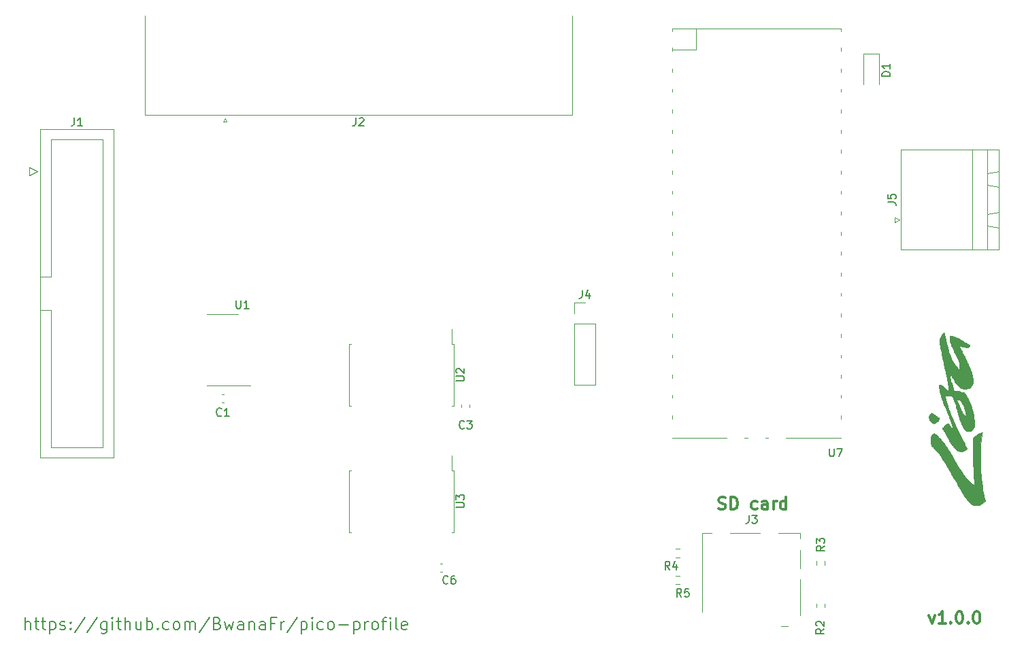
<source format=gbr>
%TF.GenerationSoftware,KiCad,Pcbnew,(5.1.10)-1*%
%TF.CreationDate,2021-08-27T13:44:28+02:00*%
%TF.ProjectId,Pico-profile,5069636f-2d70-4726-9f66-696c652e6b69,rev?*%
%TF.SameCoordinates,Original*%
%TF.FileFunction,Legend,Top*%
%TF.FilePolarity,Positive*%
%FSLAX46Y46*%
G04 Gerber Fmt 4.6, Leading zero omitted, Abs format (unit mm)*
G04 Created by KiCad (PCBNEW (5.1.10)-1) date 2021-08-27 13:44:28*
%MOMM*%
%LPD*%
G01*
G04 APERTURE LIST*
%ADD10C,0.300000*%
%ADD11C,0.200000*%
%ADD12C,0.010000*%
%ADD13C,0.120000*%
%ADD14C,0.150000*%
G04 APERTURE END LIST*
D10*
X213344274Y-130896351D02*
X213701417Y-131896351D01*
X214058560Y-130896351D01*
X215415702Y-131896351D02*
X214558560Y-131896351D01*
X214987131Y-131896351D02*
X214987131Y-130396351D01*
X214844274Y-130610637D01*
X214701417Y-130753494D01*
X214558560Y-130824922D01*
X216058560Y-131753494D02*
X216129988Y-131824922D01*
X216058560Y-131896351D01*
X215987131Y-131824922D01*
X216058560Y-131753494D01*
X216058560Y-131896351D01*
X217058560Y-130396351D02*
X217201417Y-130396351D01*
X217344274Y-130467780D01*
X217415702Y-130539208D01*
X217487131Y-130682065D01*
X217558560Y-130967780D01*
X217558560Y-131324922D01*
X217487131Y-131610637D01*
X217415702Y-131753494D01*
X217344274Y-131824922D01*
X217201417Y-131896351D01*
X217058560Y-131896351D01*
X216915702Y-131824922D01*
X216844274Y-131753494D01*
X216772845Y-131610637D01*
X216701417Y-131324922D01*
X216701417Y-130967780D01*
X216772845Y-130682065D01*
X216844274Y-130539208D01*
X216915702Y-130467780D01*
X217058560Y-130396351D01*
X218201417Y-131753494D02*
X218272845Y-131824922D01*
X218201417Y-131896351D01*
X218129988Y-131824922D01*
X218201417Y-131753494D01*
X218201417Y-131896351D01*
X219201417Y-130396351D02*
X219344274Y-130396351D01*
X219487131Y-130467780D01*
X219558560Y-130539208D01*
X219629988Y-130682065D01*
X219701417Y-130967780D01*
X219701417Y-131324922D01*
X219629988Y-131610637D01*
X219558560Y-131753494D01*
X219487131Y-131824922D01*
X219344274Y-131896351D01*
X219201417Y-131896351D01*
X219058560Y-131824922D01*
X218987131Y-131753494D01*
X218915702Y-131610637D01*
X218844274Y-131324922D01*
X218844274Y-130967780D01*
X218915702Y-130682065D01*
X218987131Y-130539208D01*
X219058560Y-130467780D01*
X219201417Y-130396351D01*
D11*
X100878339Y-132668511D02*
X100878339Y-131168511D01*
X101521197Y-132668511D02*
X101521197Y-131882797D01*
X101449768Y-131739940D01*
X101306911Y-131668511D01*
X101092625Y-131668511D01*
X100949768Y-131739940D01*
X100878339Y-131811368D01*
X102021197Y-131668511D02*
X102592625Y-131668511D01*
X102235482Y-131168511D02*
X102235482Y-132454225D01*
X102306911Y-132597082D01*
X102449768Y-132668511D01*
X102592625Y-132668511D01*
X102878339Y-131668511D02*
X103449768Y-131668511D01*
X103092625Y-131168511D02*
X103092625Y-132454225D01*
X103164054Y-132597082D01*
X103306911Y-132668511D01*
X103449768Y-132668511D01*
X103949768Y-131668511D02*
X103949768Y-133168511D01*
X103949768Y-131739940D02*
X104092625Y-131668511D01*
X104378339Y-131668511D01*
X104521197Y-131739940D01*
X104592625Y-131811368D01*
X104664054Y-131954225D01*
X104664054Y-132382797D01*
X104592625Y-132525654D01*
X104521197Y-132597082D01*
X104378339Y-132668511D01*
X104092625Y-132668511D01*
X103949768Y-132597082D01*
X105235482Y-132597082D02*
X105378339Y-132668511D01*
X105664054Y-132668511D01*
X105806911Y-132597082D01*
X105878339Y-132454225D01*
X105878339Y-132382797D01*
X105806911Y-132239940D01*
X105664054Y-132168511D01*
X105449768Y-132168511D01*
X105306911Y-132097082D01*
X105235482Y-131954225D01*
X105235482Y-131882797D01*
X105306911Y-131739940D01*
X105449768Y-131668511D01*
X105664054Y-131668511D01*
X105806911Y-131739940D01*
X106521197Y-132525654D02*
X106592625Y-132597082D01*
X106521197Y-132668511D01*
X106449768Y-132597082D01*
X106521197Y-132525654D01*
X106521197Y-132668511D01*
X106521197Y-131739940D02*
X106592625Y-131811368D01*
X106521197Y-131882797D01*
X106449768Y-131811368D01*
X106521197Y-131739940D01*
X106521197Y-131882797D01*
X108306911Y-131097082D02*
X107021197Y-133025654D01*
X109878339Y-131097082D02*
X108592625Y-133025654D01*
X111021197Y-131668511D02*
X111021197Y-132882797D01*
X110949768Y-133025654D01*
X110878339Y-133097082D01*
X110735482Y-133168511D01*
X110521197Y-133168511D01*
X110378339Y-133097082D01*
X111021197Y-132597082D02*
X110878339Y-132668511D01*
X110592625Y-132668511D01*
X110449768Y-132597082D01*
X110378339Y-132525654D01*
X110306911Y-132382797D01*
X110306911Y-131954225D01*
X110378339Y-131811368D01*
X110449768Y-131739940D01*
X110592625Y-131668511D01*
X110878339Y-131668511D01*
X111021197Y-131739940D01*
X111735482Y-132668511D02*
X111735482Y-131668511D01*
X111735482Y-131168511D02*
X111664054Y-131239940D01*
X111735482Y-131311368D01*
X111806911Y-131239940D01*
X111735482Y-131168511D01*
X111735482Y-131311368D01*
X112235482Y-131668511D02*
X112806911Y-131668511D01*
X112449768Y-131168511D02*
X112449768Y-132454225D01*
X112521197Y-132597082D01*
X112664054Y-132668511D01*
X112806911Y-132668511D01*
X113306911Y-132668511D02*
X113306911Y-131168511D01*
X113949768Y-132668511D02*
X113949768Y-131882797D01*
X113878339Y-131739940D01*
X113735482Y-131668511D01*
X113521197Y-131668511D01*
X113378339Y-131739940D01*
X113306911Y-131811368D01*
X115306911Y-131668511D02*
X115306911Y-132668511D01*
X114664054Y-131668511D02*
X114664054Y-132454225D01*
X114735482Y-132597082D01*
X114878339Y-132668511D01*
X115092625Y-132668511D01*
X115235482Y-132597082D01*
X115306911Y-132525654D01*
X116021197Y-132668511D02*
X116021197Y-131168511D01*
X116021197Y-131739940D02*
X116164054Y-131668511D01*
X116449768Y-131668511D01*
X116592625Y-131739940D01*
X116664054Y-131811368D01*
X116735482Y-131954225D01*
X116735482Y-132382797D01*
X116664054Y-132525654D01*
X116592625Y-132597082D01*
X116449768Y-132668511D01*
X116164054Y-132668511D01*
X116021197Y-132597082D01*
X117378339Y-132525654D02*
X117449768Y-132597082D01*
X117378339Y-132668511D01*
X117306911Y-132597082D01*
X117378339Y-132525654D01*
X117378339Y-132668511D01*
X118735482Y-132597082D02*
X118592625Y-132668511D01*
X118306911Y-132668511D01*
X118164054Y-132597082D01*
X118092625Y-132525654D01*
X118021197Y-132382797D01*
X118021197Y-131954225D01*
X118092625Y-131811368D01*
X118164054Y-131739940D01*
X118306911Y-131668511D01*
X118592625Y-131668511D01*
X118735482Y-131739940D01*
X119592625Y-132668511D02*
X119449768Y-132597082D01*
X119378339Y-132525654D01*
X119306911Y-132382797D01*
X119306911Y-131954225D01*
X119378339Y-131811368D01*
X119449768Y-131739940D01*
X119592625Y-131668511D01*
X119806911Y-131668511D01*
X119949768Y-131739940D01*
X120021197Y-131811368D01*
X120092625Y-131954225D01*
X120092625Y-132382797D01*
X120021197Y-132525654D01*
X119949768Y-132597082D01*
X119806911Y-132668511D01*
X119592625Y-132668511D01*
X120735482Y-132668511D02*
X120735482Y-131668511D01*
X120735482Y-131811368D02*
X120806911Y-131739940D01*
X120949768Y-131668511D01*
X121164054Y-131668511D01*
X121306911Y-131739940D01*
X121378339Y-131882797D01*
X121378339Y-132668511D01*
X121378339Y-131882797D02*
X121449768Y-131739940D01*
X121592625Y-131668511D01*
X121806911Y-131668511D01*
X121949768Y-131739940D01*
X122021197Y-131882797D01*
X122021197Y-132668511D01*
X123806911Y-131097082D02*
X122521197Y-133025654D01*
X124806911Y-131882797D02*
X125021197Y-131954225D01*
X125092625Y-132025654D01*
X125164054Y-132168511D01*
X125164054Y-132382797D01*
X125092625Y-132525654D01*
X125021197Y-132597082D01*
X124878339Y-132668511D01*
X124306911Y-132668511D01*
X124306911Y-131168511D01*
X124806911Y-131168511D01*
X124949768Y-131239940D01*
X125021197Y-131311368D01*
X125092625Y-131454225D01*
X125092625Y-131597082D01*
X125021197Y-131739940D01*
X124949768Y-131811368D01*
X124806911Y-131882797D01*
X124306911Y-131882797D01*
X125664054Y-131668511D02*
X125949768Y-132668511D01*
X126235482Y-131954225D01*
X126521197Y-132668511D01*
X126806911Y-131668511D01*
X128021197Y-132668511D02*
X128021197Y-131882797D01*
X127949768Y-131739940D01*
X127806911Y-131668511D01*
X127521197Y-131668511D01*
X127378339Y-131739940D01*
X128021197Y-132597082D02*
X127878339Y-132668511D01*
X127521197Y-132668511D01*
X127378339Y-132597082D01*
X127306911Y-132454225D01*
X127306911Y-132311368D01*
X127378339Y-132168511D01*
X127521197Y-132097082D01*
X127878339Y-132097082D01*
X128021197Y-132025654D01*
X128735482Y-131668511D02*
X128735482Y-132668511D01*
X128735482Y-131811368D02*
X128806911Y-131739940D01*
X128949768Y-131668511D01*
X129164054Y-131668511D01*
X129306911Y-131739940D01*
X129378339Y-131882797D01*
X129378339Y-132668511D01*
X130735482Y-132668511D02*
X130735482Y-131882797D01*
X130664054Y-131739940D01*
X130521197Y-131668511D01*
X130235482Y-131668511D01*
X130092625Y-131739940D01*
X130735482Y-132597082D02*
X130592625Y-132668511D01*
X130235482Y-132668511D01*
X130092625Y-132597082D01*
X130021197Y-132454225D01*
X130021197Y-132311368D01*
X130092625Y-132168511D01*
X130235482Y-132097082D01*
X130592625Y-132097082D01*
X130735482Y-132025654D01*
X131949768Y-131882797D02*
X131449768Y-131882797D01*
X131449768Y-132668511D02*
X131449768Y-131168511D01*
X132164054Y-131168511D01*
X132735482Y-132668511D02*
X132735482Y-131668511D01*
X132735482Y-131954225D02*
X132806911Y-131811368D01*
X132878340Y-131739940D01*
X133021197Y-131668511D01*
X133164054Y-131668511D01*
X134735482Y-131097082D02*
X133449768Y-133025654D01*
X135235482Y-131668511D02*
X135235482Y-133168511D01*
X135235482Y-131739940D02*
X135378340Y-131668511D01*
X135664054Y-131668511D01*
X135806911Y-131739940D01*
X135878340Y-131811368D01*
X135949768Y-131954225D01*
X135949768Y-132382797D01*
X135878340Y-132525654D01*
X135806911Y-132597082D01*
X135664054Y-132668511D01*
X135378340Y-132668511D01*
X135235482Y-132597082D01*
X136592625Y-132668511D02*
X136592625Y-131668511D01*
X136592625Y-131168511D02*
X136521197Y-131239940D01*
X136592625Y-131311368D01*
X136664054Y-131239940D01*
X136592625Y-131168511D01*
X136592625Y-131311368D01*
X137949768Y-132597082D02*
X137806911Y-132668511D01*
X137521197Y-132668511D01*
X137378340Y-132597082D01*
X137306911Y-132525654D01*
X137235482Y-132382797D01*
X137235482Y-131954225D01*
X137306911Y-131811368D01*
X137378340Y-131739940D01*
X137521197Y-131668511D01*
X137806911Y-131668511D01*
X137949768Y-131739940D01*
X138806911Y-132668511D02*
X138664054Y-132597082D01*
X138592625Y-132525654D01*
X138521197Y-132382797D01*
X138521197Y-131954225D01*
X138592625Y-131811368D01*
X138664054Y-131739940D01*
X138806911Y-131668511D01*
X139021197Y-131668511D01*
X139164054Y-131739940D01*
X139235482Y-131811368D01*
X139306911Y-131954225D01*
X139306911Y-132382797D01*
X139235482Y-132525654D01*
X139164054Y-132597082D01*
X139021197Y-132668511D01*
X138806911Y-132668511D01*
X139949768Y-132097082D02*
X141092625Y-132097082D01*
X141806911Y-131668511D02*
X141806911Y-133168511D01*
X141806911Y-131739940D02*
X141949768Y-131668511D01*
X142235482Y-131668511D01*
X142378340Y-131739940D01*
X142449768Y-131811368D01*
X142521197Y-131954225D01*
X142521197Y-132382797D01*
X142449768Y-132525654D01*
X142378340Y-132597082D01*
X142235482Y-132668511D01*
X141949768Y-132668511D01*
X141806911Y-132597082D01*
X143164054Y-132668511D02*
X143164054Y-131668511D01*
X143164054Y-131954225D02*
X143235482Y-131811368D01*
X143306911Y-131739940D01*
X143449768Y-131668511D01*
X143592625Y-131668511D01*
X144306911Y-132668511D02*
X144164054Y-132597082D01*
X144092625Y-132525654D01*
X144021197Y-132382797D01*
X144021197Y-131954225D01*
X144092625Y-131811368D01*
X144164054Y-131739940D01*
X144306911Y-131668511D01*
X144521197Y-131668511D01*
X144664054Y-131739940D01*
X144735482Y-131811368D01*
X144806911Y-131954225D01*
X144806911Y-132382797D01*
X144735482Y-132525654D01*
X144664054Y-132597082D01*
X144521197Y-132668511D01*
X144306911Y-132668511D01*
X145235482Y-131668511D02*
X145806911Y-131668511D01*
X145449768Y-132668511D02*
X145449768Y-131382797D01*
X145521197Y-131239940D01*
X145664054Y-131168511D01*
X145806911Y-131168511D01*
X146306911Y-132668511D02*
X146306911Y-131668511D01*
X146306911Y-131168511D02*
X146235482Y-131239940D01*
X146306911Y-131311368D01*
X146378340Y-131239940D01*
X146306911Y-131168511D01*
X146306911Y-131311368D01*
X147235482Y-132668511D02*
X147092625Y-132597082D01*
X147021197Y-132454225D01*
X147021197Y-131168511D01*
X148378340Y-132597082D02*
X148235482Y-132668511D01*
X147949768Y-132668511D01*
X147806911Y-132597082D01*
X147735482Y-132454225D01*
X147735482Y-131882797D01*
X147806911Y-131739940D01*
X147949768Y-131668511D01*
X148235482Y-131668511D01*
X148378340Y-131739940D01*
X148449768Y-131882797D01*
X148449768Y-132025654D01*
X147735482Y-132168511D01*
D10*
X187183034Y-117611082D02*
X187397320Y-117682511D01*
X187754462Y-117682511D01*
X187897320Y-117611082D01*
X187968748Y-117539654D01*
X188040177Y-117396797D01*
X188040177Y-117253940D01*
X187968748Y-117111082D01*
X187897320Y-117039654D01*
X187754462Y-116968225D01*
X187468748Y-116896797D01*
X187325891Y-116825368D01*
X187254462Y-116753940D01*
X187183034Y-116611082D01*
X187183034Y-116468225D01*
X187254462Y-116325368D01*
X187325891Y-116253940D01*
X187468748Y-116182511D01*
X187825891Y-116182511D01*
X188040177Y-116253940D01*
X188683034Y-117682511D02*
X188683034Y-116182511D01*
X189040177Y-116182511D01*
X189254462Y-116253940D01*
X189397320Y-116396797D01*
X189468748Y-116539654D01*
X189540177Y-116825368D01*
X189540177Y-117039654D01*
X189468748Y-117325368D01*
X189397320Y-117468225D01*
X189254462Y-117611082D01*
X189040177Y-117682511D01*
X188683034Y-117682511D01*
X191968748Y-117611082D02*
X191825891Y-117682511D01*
X191540177Y-117682511D01*
X191397320Y-117611082D01*
X191325891Y-117539654D01*
X191254462Y-117396797D01*
X191254462Y-116968225D01*
X191325891Y-116825368D01*
X191397320Y-116753940D01*
X191540177Y-116682511D01*
X191825891Y-116682511D01*
X191968748Y-116753940D01*
X193254462Y-117682511D02*
X193254462Y-116896797D01*
X193183034Y-116753940D01*
X193040177Y-116682511D01*
X192754462Y-116682511D01*
X192611605Y-116753940D01*
X193254462Y-117611082D02*
X193111605Y-117682511D01*
X192754462Y-117682511D01*
X192611605Y-117611082D01*
X192540177Y-117468225D01*
X192540177Y-117325368D01*
X192611605Y-117182511D01*
X192754462Y-117111082D01*
X193111605Y-117111082D01*
X193254462Y-117039654D01*
X193968748Y-117682511D02*
X193968748Y-116682511D01*
X193968748Y-116968225D02*
X194040177Y-116825368D01*
X194111605Y-116753940D01*
X194254462Y-116682511D01*
X194397320Y-116682511D01*
X195540177Y-117682511D02*
X195540177Y-116182511D01*
X195540177Y-117611082D02*
X195397320Y-117682511D01*
X195111605Y-117682511D01*
X194968748Y-117611082D01*
X194897320Y-117539654D01*
X194825891Y-117396797D01*
X194825891Y-116968225D01*
X194897320Y-116825368D01*
X194968748Y-116753940D01*
X195111605Y-116682511D01*
X195397320Y-116682511D01*
X195540177Y-116753940D01*
D12*
%TO.C,G\u002A\u002A\u002A*%
G36*
X213340698Y-106100477D02*
G01*
X213357701Y-106009723D01*
X213361852Y-105996557D01*
X213391356Y-105936642D01*
X213438637Y-105868615D01*
X213495916Y-105801366D01*
X213555415Y-105743784D01*
X213609355Y-105704759D01*
X213622978Y-105698128D01*
X213649976Y-105689131D01*
X213676361Y-105688350D01*
X213710222Y-105697820D01*
X213759650Y-105719577D01*
X213813605Y-105746081D01*
X213911673Y-105802623D01*
X214016191Y-105875694D01*
X214094240Y-105938961D01*
X214201049Y-106030310D01*
X214289490Y-106101630D01*
X214365080Y-106156899D01*
X214433340Y-106200095D01*
X214499788Y-106235195D01*
X214515553Y-106242614D01*
X214568022Y-106268594D01*
X214605282Y-106290475D01*
X214619547Y-106303666D01*
X214619531Y-106303936D01*
X214615335Y-106327108D01*
X214607072Y-106369976D01*
X214603752Y-106386846D01*
X214576564Y-106477650D01*
X214530520Y-106561716D01*
X214462188Y-106643153D01*
X214368137Y-106726070D01*
X214248853Y-106811960D01*
X214184547Y-106857217D01*
X214125190Y-106902810D01*
X214081043Y-106940747D01*
X214072118Y-106949631D01*
X214032280Y-106983768D01*
X213990508Y-106998915D01*
X213939916Y-106994885D01*
X213873619Y-106971489D01*
X213812230Y-106942514D01*
X213681735Y-106859936D01*
X213563846Y-106751804D01*
X213464528Y-106625192D01*
X213389747Y-106487173D01*
X213360637Y-106406957D01*
X213342123Y-106313255D01*
X213335491Y-106206375D01*
X213340698Y-106100477D01*
G37*
X213340698Y-106100477D02*
X213357701Y-106009723D01*
X213361852Y-105996557D01*
X213391356Y-105936642D01*
X213438637Y-105868615D01*
X213495916Y-105801366D01*
X213555415Y-105743784D01*
X213609355Y-105704759D01*
X213622978Y-105698128D01*
X213649976Y-105689131D01*
X213676361Y-105688350D01*
X213710222Y-105697820D01*
X213759650Y-105719577D01*
X213813605Y-105746081D01*
X213911673Y-105802623D01*
X214016191Y-105875694D01*
X214094240Y-105938961D01*
X214201049Y-106030310D01*
X214289490Y-106101630D01*
X214365080Y-106156899D01*
X214433340Y-106200095D01*
X214499788Y-106235195D01*
X214515553Y-106242614D01*
X214568022Y-106268594D01*
X214605282Y-106290475D01*
X214619547Y-106303666D01*
X214619531Y-106303936D01*
X214615335Y-106327108D01*
X214607072Y-106369976D01*
X214603752Y-106386846D01*
X214576564Y-106477650D01*
X214530520Y-106561716D01*
X214462188Y-106643153D01*
X214368137Y-106726070D01*
X214248853Y-106811960D01*
X214184547Y-106857217D01*
X214125190Y-106902810D01*
X214081043Y-106940747D01*
X214072118Y-106949631D01*
X214032280Y-106983768D01*
X213990508Y-106998915D01*
X213939916Y-106994885D01*
X213873619Y-106971489D01*
X213812230Y-106942514D01*
X213681735Y-106859936D01*
X213563846Y-106751804D01*
X213464528Y-106625192D01*
X213389747Y-106487173D01*
X213360637Y-106406957D01*
X213342123Y-106313255D01*
X213335491Y-106206375D01*
X213340698Y-106100477D01*
G36*
X214680653Y-102186144D02*
G01*
X214806660Y-102197742D01*
X214916527Y-102229041D01*
X215016081Y-102283288D01*
X215111150Y-102363733D01*
X215207560Y-102473626D01*
X215216333Y-102484854D01*
X215315384Y-102608101D01*
X215402011Y-102704941D01*
X215480208Y-102778588D01*
X215553967Y-102832255D01*
X215627284Y-102869156D01*
X215704151Y-102892506D01*
X215728991Y-102897437D01*
X215795195Y-102909184D01*
X215784929Y-102673959D01*
X215773168Y-102502665D01*
X215752036Y-102304000D01*
X215722342Y-102082896D01*
X215684892Y-101844281D01*
X215640495Y-101593088D01*
X215589959Y-101334246D01*
X215534091Y-101072685D01*
X215493943Y-100897801D01*
X215470196Y-100796917D01*
X215443698Y-100683740D01*
X215418737Y-100576603D01*
X215408797Y-100533734D01*
X215367395Y-100354880D01*
X215328703Y-100187960D01*
X215293552Y-100036548D01*
X215262773Y-99904219D01*
X215237198Y-99794548D01*
X215217658Y-99711109D01*
X215205984Y-99661667D01*
X215195170Y-99613573D01*
X215179238Y-99539213D01*
X215159642Y-99445543D01*
X215137835Y-99339519D01*
X215115271Y-99228097D01*
X215112228Y-99212934D01*
X215025628Y-98793712D01*
X214934822Y-98378307D01*
X214883701Y-98154600D01*
X214814380Y-97839995D01*
X214759615Y-97555237D01*
X214719310Y-97299642D01*
X214693368Y-97072525D01*
X214681691Y-96873201D01*
X214682602Y-96732200D01*
X214701663Y-96512224D01*
X214740346Y-96317702D01*
X214800067Y-96145531D01*
X214882243Y-95992609D01*
X214988292Y-95855832D01*
X215119629Y-95732098D01*
X215150408Y-95707594D01*
X215196830Y-95671637D01*
X215213098Y-95710852D01*
X215221545Y-95738342D01*
X215236159Y-95793528D01*
X215255615Y-95871080D01*
X215278585Y-95965668D01*
X215303744Y-96071959D01*
X215315522Y-96122600D01*
X215343700Y-96244453D01*
X215372334Y-96368297D01*
X215399501Y-96485813D01*
X215423278Y-96588682D01*
X215441741Y-96668584D01*
X215444702Y-96681400D01*
X215518464Y-96993104D01*
X215592104Y-97289400D01*
X215664683Y-97566822D01*
X215735265Y-97821901D01*
X215802910Y-98051169D01*
X215866681Y-98251159D01*
X215879819Y-98290067D01*
X216000292Y-98616177D01*
X216131981Y-98922860D01*
X216273559Y-99207871D01*
X216423697Y-99468965D01*
X216581067Y-99703898D01*
X216744340Y-99910424D01*
X216912189Y-100086299D01*
X216977406Y-100145068D01*
X217029704Y-100189511D01*
X217067901Y-100217579D01*
X217094244Y-100226558D01*
X217110981Y-100213733D01*
X217120361Y-100176390D01*
X217124630Y-100111813D01*
X217126037Y-100017288D01*
X217126330Y-99965195D01*
X217116190Y-99732435D01*
X217082520Y-99497580D01*
X217024208Y-99255441D01*
X216940142Y-99000828D01*
X216894394Y-98882734D01*
X216867874Y-98817981D01*
X216840477Y-98753396D01*
X216810508Y-98685387D01*
X216776272Y-98610365D01*
X216736074Y-98524738D01*
X216688220Y-98424917D01*
X216631013Y-98307310D01*
X216562759Y-98168328D01*
X216481764Y-98004381D01*
X216438740Y-97917534D01*
X216323750Y-97681652D01*
X216225546Y-97470925D01*
X216142996Y-97281770D01*
X216074971Y-97110603D01*
X216020338Y-96953839D01*
X215977968Y-96807896D01*
X215946728Y-96669189D01*
X215925489Y-96534135D01*
X215913119Y-96399149D01*
X215908487Y-96260648D01*
X215908388Y-96236900D01*
X215908320Y-96046400D01*
X215955254Y-96046400D01*
X216002924Y-96051795D01*
X216075701Y-96066727D01*
X216166807Y-96089313D01*
X216269464Y-96117676D01*
X216376896Y-96149933D01*
X216482324Y-96184204D01*
X216578970Y-96218610D01*
X216587322Y-96221769D01*
X216701587Y-96266955D01*
X216813881Y-96315220D01*
X216928026Y-96368616D01*
X217047842Y-96429195D01*
X217177151Y-96499010D01*
X217319774Y-96580114D01*
X217479533Y-96674560D01*
X217660249Y-96784399D01*
X217828185Y-96888284D01*
X217932453Y-96952770D01*
X218035188Y-97015574D01*
X218130215Y-97072974D01*
X218211357Y-97121249D01*
X218272438Y-97156678D01*
X218289618Y-97166282D01*
X218361647Y-97209607D01*
X218403455Y-97243767D01*
X218414453Y-97264590D01*
X218401749Y-97305755D01*
X218368879Y-97356423D01*
X218323708Y-97407091D01*
X218274102Y-97448257D01*
X218251321Y-97461704D01*
X218191021Y-97480210D01*
X218106512Y-97490738D01*
X218006509Y-97493248D01*
X217899726Y-97487697D01*
X217794877Y-97474045D01*
X217745587Y-97464095D01*
X217620520Y-97435594D01*
X217521647Y-97414087D01*
X217442310Y-97398334D01*
X217375852Y-97387099D01*
X217315616Y-97379142D01*
X217258753Y-97373550D01*
X217191765Y-97368769D01*
X217151884Y-97369044D01*
X217132630Y-97375089D01*
X217127522Y-97387620D01*
X217127520Y-97388034D01*
X217134892Y-97407514D01*
X217156116Y-97454498D01*
X217189853Y-97526223D01*
X217234764Y-97619923D01*
X217289510Y-97732834D01*
X217352750Y-97862193D01*
X217423147Y-98005234D01*
X217499362Y-98159194D01*
X217565517Y-98292168D01*
X217684899Y-98531981D01*
X217790168Y-98744334D01*
X217882616Y-98931929D01*
X217963533Y-99097466D01*
X218034210Y-99243646D01*
X218095938Y-99373170D01*
X218150009Y-99488741D01*
X218197714Y-99593058D01*
X218240343Y-99688822D01*
X218279188Y-99778735D01*
X218302417Y-99833877D01*
X218397191Y-100065030D01*
X218478227Y-100272003D01*
X218547492Y-100460621D01*
X218606950Y-100636712D01*
X218658566Y-100806100D01*
X218704306Y-100974612D01*
X218746135Y-101148074D01*
X218746983Y-101151801D01*
X218763783Y-101228999D01*
X218776012Y-101295975D01*
X218784402Y-101360883D01*
X218789684Y-101431876D01*
X218792588Y-101517109D01*
X218793846Y-101624737D01*
X218794055Y-101676734D01*
X218794079Y-101791009D01*
X218793063Y-101877650D01*
X218790436Y-101942886D01*
X218785629Y-101992945D01*
X218778072Y-102034057D01*
X218767196Y-102072450D01*
X218754574Y-102108534D01*
X218683905Y-102261455D01*
X218592846Y-102389120D01*
X218480512Y-102492055D01*
X218346021Y-102570785D01*
X218188490Y-102625837D01*
X218007034Y-102657736D01*
X217816064Y-102667084D01*
X217649963Y-102658907D01*
X217504114Y-102632782D01*
X217368291Y-102585530D01*
X217232270Y-102513974D01*
X217148582Y-102459618D01*
X217047330Y-102382429D01*
X216947729Y-102290487D01*
X216847861Y-102181247D01*
X216745809Y-102052165D01*
X216639656Y-101900696D01*
X216527485Y-101724297D01*
X216407379Y-101520422D01*
X216310863Y-101347819D01*
X216233927Y-101208313D01*
X216171569Y-101096840D01*
X216122632Y-101011445D01*
X216085962Y-100950169D01*
X216060401Y-100911058D01*
X216044794Y-100892153D01*
X216040209Y-100889658D01*
X216025023Y-100904988D01*
X216009794Y-100947002D01*
X215995913Y-101008547D01*
X215984772Y-101082469D01*
X215977763Y-101161618D01*
X215976053Y-101219497D01*
X215977451Y-101304327D01*
X215982452Y-101382964D01*
X215992265Y-101460511D01*
X216008099Y-101542068D01*
X216031164Y-101632737D01*
X216062669Y-101737618D01*
X216103825Y-101861813D01*
X216155840Y-102010423D01*
X216178815Y-102074667D01*
X216241188Y-102254160D01*
X216294359Y-102419141D01*
X216337198Y-102565704D01*
X216368575Y-102689940D01*
X216387361Y-102787941D01*
X216389373Y-102802937D01*
X216400800Y-102896207D01*
X216632926Y-102897434D01*
X216722552Y-102898610D01*
X216798598Y-102902000D01*
X216867657Y-102908957D01*
X216936322Y-102920835D01*
X217011186Y-102938987D01*
X217098841Y-102964769D01*
X217205880Y-102999534D01*
X217322703Y-103039097D01*
X217413322Y-103069224D01*
X217498725Y-103096090D01*
X217570888Y-103117278D01*
X217621785Y-103130368D01*
X217632490Y-103132489D01*
X217685909Y-103149239D01*
X217738648Y-103183342D01*
X217794678Y-103238493D01*
X217857970Y-103318387D01*
X217906012Y-103387001D01*
X218011961Y-103556818D01*
X218120496Y-103755752D01*
X218229739Y-103979348D01*
X218337812Y-104223153D01*
X218442835Y-104482712D01*
X218542930Y-104753570D01*
X218636218Y-105031273D01*
X218720821Y-105311367D01*
X218727324Y-105334334D01*
X218815714Y-105674459D01*
X218885575Y-106000547D01*
X218936548Y-106309992D01*
X218968274Y-106600186D01*
X218980394Y-106868522D01*
X218972549Y-107112396D01*
X218972425Y-107113993D01*
X218946483Y-107309051D01*
X218901535Y-107482399D01*
X218838564Y-107632369D01*
X218758557Y-107757294D01*
X218662500Y-107855504D01*
X218551379Y-107925334D01*
X218476384Y-107953347D01*
X218411460Y-107965549D01*
X218328068Y-107972375D01*
X218237662Y-107973822D01*
X218151694Y-107969888D01*
X218081618Y-107960571D01*
X218054763Y-107953423D01*
X217965687Y-107909096D01*
X217924246Y-107878584D01*
X217924246Y-106020134D01*
X217933932Y-106003938D01*
X217936021Y-105956528D01*
X217930620Y-105879668D01*
X217917836Y-105775123D01*
X217903764Y-105681467D01*
X217866234Y-105489952D01*
X217813812Y-105285298D01*
X217749938Y-105078339D01*
X217678051Y-104879913D01*
X217601590Y-104700856D01*
X217575317Y-104646621D01*
X217478883Y-104471444D01*
X217380443Y-104325337D01*
X217280895Y-104209015D01*
X217181136Y-104123192D01*
X217082065Y-104068581D01*
X216984579Y-104045898D01*
X216889577Y-104055857D01*
X216850398Y-104070048D01*
X216805626Y-104092097D01*
X216777212Y-104110403D01*
X216771920Y-104117234D01*
X216780548Y-104136594D01*
X216803281Y-104175955D01*
X216835389Y-104227173D01*
X216838838Y-104232487D01*
X216882317Y-104303786D01*
X216926387Y-104385909D01*
X216973172Y-104483425D01*
X217024794Y-104600907D01*
X217083377Y-104742925D01*
X217127914Y-104854933D01*
X217200767Y-105037457D01*
X217265134Y-105192053D01*
X217323122Y-105322957D01*
X217376839Y-105434406D01*
X217428392Y-105530640D01*
X217479890Y-105615894D01*
X217533440Y-105694408D01*
X217569497Y-105742733D01*
X217620888Y-105801787D01*
X217683732Y-105862541D01*
X217751446Y-105919849D01*
X217817451Y-105968564D01*
X217875167Y-106003541D01*
X217918011Y-106019634D01*
X217924246Y-106020134D01*
X217924246Y-107878584D01*
X217870310Y-107838871D01*
X217775111Y-107748211D01*
X217687224Y-107643455D01*
X217603752Y-107518529D01*
X217517487Y-107364506D01*
X217430392Y-107185819D01*
X217344432Y-106986901D01*
X217261571Y-106772185D01*
X217183774Y-106546105D01*
X217142441Y-106413834D01*
X217119526Y-106337843D01*
X217093479Y-106251669D01*
X217075921Y-106193700D01*
X217066334Y-106161732D01*
X217055779Y-106125668D01*
X217043427Y-106082505D01*
X217028449Y-106029244D01*
X217010019Y-105962881D01*
X216987307Y-105880416D01*
X216959485Y-105778847D01*
X216925727Y-105655172D01*
X216885202Y-105506389D01*
X216837085Y-105329497D01*
X216808477Y-105224267D01*
X216733460Y-104952522D01*
X216664362Y-104711563D01*
X216600319Y-104498994D01*
X216540463Y-104312422D01*
X216483930Y-104149452D01*
X216429854Y-104007689D01*
X216377369Y-103884739D01*
X216325610Y-103778208D01*
X216273711Y-103685700D01*
X216225409Y-103611367D01*
X216157413Y-103514001D01*
X215754466Y-103514001D01*
X215641049Y-103514608D01*
X215539202Y-103516313D01*
X215453715Y-103518940D01*
X215389380Y-103522315D01*
X215350989Y-103526262D01*
X215342207Y-103529067D01*
X215341801Y-103552325D01*
X215349371Y-103603764D01*
X215363858Y-103678928D01*
X215384200Y-103773360D01*
X215409339Y-103882603D01*
X215438213Y-104002199D01*
X215469764Y-104127691D01*
X215502931Y-104254623D01*
X215536654Y-104378538D01*
X215569874Y-104494977D01*
X215580246Y-104530000D01*
X215678900Y-104844778D01*
X215792199Y-105179878D01*
X215916992Y-105526809D01*
X216050129Y-105877079D01*
X216188460Y-106222194D01*
X216328836Y-106553664D01*
X216342218Y-106584261D01*
X216381813Y-106674803D01*
X216416236Y-106754060D01*
X216443352Y-106817068D01*
X216461023Y-106858862D01*
X216467120Y-106874438D01*
X216473798Y-106891053D01*
X216491888Y-106931853D01*
X216518472Y-106990341D01*
X216544549Y-107046911D01*
X216579480Y-107122363D01*
X216611903Y-107192577D01*
X216637431Y-107248044D01*
X216648605Y-107272468D01*
X216676994Y-107334068D01*
X216716802Y-107419321D01*
X216764785Y-107521355D01*
X216817702Y-107633293D01*
X216872308Y-107748261D01*
X216925362Y-107859386D01*
X216932523Y-107874334D01*
X216963782Y-107938780D01*
X217008372Y-108029616D01*
X217064372Y-108142997D01*
X217129857Y-108275076D01*
X217202905Y-108422007D01*
X217281591Y-108579945D01*
X217363994Y-108745043D01*
X217448189Y-108913456D01*
X217532254Y-109081337D01*
X217614264Y-109244841D01*
X217692298Y-109400122D01*
X217764431Y-109543334D01*
X217828740Y-109670630D01*
X217883302Y-109778166D01*
X217926194Y-109862094D01*
X217938268Y-109885519D01*
X217979890Y-109967302D01*
X218015282Y-110039319D01*
X218041739Y-110095865D01*
X218056555Y-110131237D01*
X218058762Y-110139519D01*
X218044027Y-110165641D01*
X218003786Y-110201670D01*
X217943726Y-110244320D01*
X217869535Y-110290306D01*
X217786900Y-110336344D01*
X217701506Y-110379148D01*
X217619042Y-110415434D01*
X217545193Y-110441917D01*
X217525717Y-110447420D01*
X217369131Y-110471126D01*
X217207503Y-110463555D01*
X217046131Y-110425679D01*
X216890313Y-110358469D01*
X216822720Y-110318461D01*
X216755580Y-110269062D01*
X216674269Y-110200126D01*
X216585838Y-110118509D01*
X216497334Y-110031068D01*
X216415807Y-109944661D01*
X216348308Y-109866143D01*
X216320676Y-109830134D01*
X216261290Y-109747649D01*
X216208143Y-109672446D01*
X216159010Y-109600878D01*
X216111670Y-109529297D01*
X216063899Y-109454057D01*
X216013475Y-109371508D01*
X215958176Y-109278004D01*
X215895779Y-109169898D01*
X215824061Y-109043541D01*
X215740800Y-108895285D01*
X215643773Y-108721485D01*
X215629350Y-108695600D01*
X215508446Y-108479916D01*
X215401793Y-108292602D01*
X215308297Y-108131841D01*
X215226860Y-107995815D01*
X215156388Y-107882707D01*
X215095784Y-107790697D01*
X215043952Y-107717968D01*
X215025611Y-107694097D01*
X214996394Y-107652763D01*
X214979053Y-107620005D01*
X214976986Y-107611315D01*
X214988877Y-107582576D01*
X215021894Y-107535381D01*
X215072053Y-107473999D01*
X215135368Y-107402700D01*
X215207858Y-107325752D01*
X215285536Y-107247424D01*
X215364420Y-107171987D01*
X215440524Y-107103709D01*
X215486730Y-107065096D01*
X215562602Y-107017965D01*
X215638465Y-107002065D01*
X215721177Y-107016626D01*
X215764532Y-107033848D01*
X215830452Y-107074090D01*
X215891091Y-107134437D01*
X215950418Y-107219555D01*
X216001810Y-107312957D01*
X216060289Y-107419216D01*
X216114629Y-107497679D01*
X216168774Y-107553434D01*
X216211248Y-107583191D01*
X216246184Y-107602358D01*
X216260757Y-107603049D01*
X216263867Y-107583834D01*
X216263897Y-107574725D01*
X216260197Y-107530236D01*
X216250116Y-107460844D01*
X216235126Y-107374588D01*
X216216700Y-107279508D01*
X216196310Y-107183643D01*
X216177668Y-107104023D01*
X216144862Y-106978079D01*
X216107476Y-106848272D01*
X216064392Y-106711594D01*
X216014492Y-106565032D01*
X215956657Y-106405578D01*
X215889771Y-106230220D01*
X215812714Y-106035948D01*
X215724369Y-105819752D01*
X215623618Y-105578621D01*
X215523546Y-105342800D01*
X215405234Y-105064227D01*
X215300472Y-104814562D01*
X215208537Y-104592001D01*
X215128704Y-104394740D01*
X215060250Y-104220977D01*
X215002450Y-104068906D01*
X214954581Y-103936726D01*
X214927541Y-103857906D01*
X214831070Y-103553685D01*
X214753352Y-103273822D01*
X214693687Y-103014953D01*
X214651374Y-102773715D01*
X214625715Y-102546742D01*
X214616477Y-102362534D01*
X214612920Y-102184734D01*
X214680653Y-102186144D01*
G37*
X214680653Y-102186144D02*
X214806660Y-102197742D01*
X214916527Y-102229041D01*
X215016081Y-102283288D01*
X215111150Y-102363733D01*
X215207560Y-102473626D01*
X215216333Y-102484854D01*
X215315384Y-102608101D01*
X215402011Y-102704941D01*
X215480208Y-102778588D01*
X215553967Y-102832255D01*
X215627284Y-102869156D01*
X215704151Y-102892506D01*
X215728991Y-102897437D01*
X215795195Y-102909184D01*
X215784929Y-102673959D01*
X215773168Y-102502665D01*
X215752036Y-102304000D01*
X215722342Y-102082896D01*
X215684892Y-101844281D01*
X215640495Y-101593088D01*
X215589959Y-101334246D01*
X215534091Y-101072685D01*
X215493943Y-100897801D01*
X215470196Y-100796917D01*
X215443698Y-100683740D01*
X215418737Y-100576603D01*
X215408797Y-100533734D01*
X215367395Y-100354880D01*
X215328703Y-100187960D01*
X215293552Y-100036548D01*
X215262773Y-99904219D01*
X215237198Y-99794548D01*
X215217658Y-99711109D01*
X215205984Y-99661667D01*
X215195170Y-99613573D01*
X215179238Y-99539213D01*
X215159642Y-99445543D01*
X215137835Y-99339519D01*
X215115271Y-99228097D01*
X215112228Y-99212934D01*
X215025628Y-98793712D01*
X214934822Y-98378307D01*
X214883701Y-98154600D01*
X214814380Y-97839995D01*
X214759615Y-97555237D01*
X214719310Y-97299642D01*
X214693368Y-97072525D01*
X214681691Y-96873201D01*
X214682602Y-96732200D01*
X214701663Y-96512224D01*
X214740346Y-96317702D01*
X214800067Y-96145531D01*
X214882243Y-95992609D01*
X214988292Y-95855832D01*
X215119629Y-95732098D01*
X215150408Y-95707594D01*
X215196830Y-95671637D01*
X215213098Y-95710852D01*
X215221545Y-95738342D01*
X215236159Y-95793528D01*
X215255615Y-95871080D01*
X215278585Y-95965668D01*
X215303744Y-96071959D01*
X215315522Y-96122600D01*
X215343700Y-96244453D01*
X215372334Y-96368297D01*
X215399501Y-96485813D01*
X215423278Y-96588682D01*
X215441741Y-96668584D01*
X215444702Y-96681400D01*
X215518464Y-96993104D01*
X215592104Y-97289400D01*
X215664683Y-97566822D01*
X215735265Y-97821901D01*
X215802910Y-98051169D01*
X215866681Y-98251159D01*
X215879819Y-98290067D01*
X216000292Y-98616177D01*
X216131981Y-98922860D01*
X216273559Y-99207871D01*
X216423697Y-99468965D01*
X216581067Y-99703898D01*
X216744340Y-99910424D01*
X216912189Y-100086299D01*
X216977406Y-100145068D01*
X217029704Y-100189511D01*
X217067901Y-100217579D01*
X217094244Y-100226558D01*
X217110981Y-100213733D01*
X217120361Y-100176390D01*
X217124630Y-100111813D01*
X217126037Y-100017288D01*
X217126330Y-99965195D01*
X217116190Y-99732435D01*
X217082520Y-99497580D01*
X217024208Y-99255441D01*
X216940142Y-99000828D01*
X216894394Y-98882734D01*
X216867874Y-98817981D01*
X216840477Y-98753396D01*
X216810508Y-98685387D01*
X216776272Y-98610365D01*
X216736074Y-98524738D01*
X216688220Y-98424917D01*
X216631013Y-98307310D01*
X216562759Y-98168328D01*
X216481764Y-98004381D01*
X216438740Y-97917534D01*
X216323750Y-97681652D01*
X216225546Y-97470925D01*
X216142996Y-97281770D01*
X216074971Y-97110603D01*
X216020338Y-96953839D01*
X215977968Y-96807896D01*
X215946728Y-96669189D01*
X215925489Y-96534135D01*
X215913119Y-96399149D01*
X215908487Y-96260648D01*
X215908388Y-96236900D01*
X215908320Y-96046400D01*
X215955254Y-96046400D01*
X216002924Y-96051795D01*
X216075701Y-96066727D01*
X216166807Y-96089313D01*
X216269464Y-96117676D01*
X216376896Y-96149933D01*
X216482324Y-96184204D01*
X216578970Y-96218610D01*
X216587322Y-96221769D01*
X216701587Y-96266955D01*
X216813881Y-96315220D01*
X216928026Y-96368616D01*
X217047842Y-96429195D01*
X217177151Y-96499010D01*
X217319774Y-96580114D01*
X217479533Y-96674560D01*
X217660249Y-96784399D01*
X217828185Y-96888284D01*
X217932453Y-96952770D01*
X218035188Y-97015574D01*
X218130215Y-97072974D01*
X218211357Y-97121249D01*
X218272438Y-97156678D01*
X218289618Y-97166282D01*
X218361647Y-97209607D01*
X218403455Y-97243767D01*
X218414453Y-97264590D01*
X218401749Y-97305755D01*
X218368879Y-97356423D01*
X218323708Y-97407091D01*
X218274102Y-97448257D01*
X218251321Y-97461704D01*
X218191021Y-97480210D01*
X218106512Y-97490738D01*
X218006509Y-97493248D01*
X217899726Y-97487697D01*
X217794877Y-97474045D01*
X217745587Y-97464095D01*
X217620520Y-97435594D01*
X217521647Y-97414087D01*
X217442310Y-97398334D01*
X217375852Y-97387099D01*
X217315616Y-97379142D01*
X217258753Y-97373550D01*
X217191765Y-97368769D01*
X217151884Y-97369044D01*
X217132630Y-97375089D01*
X217127522Y-97387620D01*
X217127520Y-97388034D01*
X217134892Y-97407514D01*
X217156116Y-97454498D01*
X217189853Y-97526223D01*
X217234764Y-97619923D01*
X217289510Y-97732834D01*
X217352750Y-97862193D01*
X217423147Y-98005234D01*
X217499362Y-98159194D01*
X217565517Y-98292168D01*
X217684899Y-98531981D01*
X217790168Y-98744334D01*
X217882616Y-98931929D01*
X217963533Y-99097466D01*
X218034210Y-99243646D01*
X218095938Y-99373170D01*
X218150009Y-99488741D01*
X218197714Y-99593058D01*
X218240343Y-99688822D01*
X218279188Y-99778735D01*
X218302417Y-99833877D01*
X218397191Y-100065030D01*
X218478227Y-100272003D01*
X218547492Y-100460621D01*
X218606950Y-100636712D01*
X218658566Y-100806100D01*
X218704306Y-100974612D01*
X218746135Y-101148074D01*
X218746983Y-101151801D01*
X218763783Y-101228999D01*
X218776012Y-101295975D01*
X218784402Y-101360883D01*
X218789684Y-101431876D01*
X218792588Y-101517109D01*
X218793846Y-101624737D01*
X218794055Y-101676734D01*
X218794079Y-101791009D01*
X218793063Y-101877650D01*
X218790436Y-101942886D01*
X218785629Y-101992945D01*
X218778072Y-102034057D01*
X218767196Y-102072450D01*
X218754574Y-102108534D01*
X218683905Y-102261455D01*
X218592846Y-102389120D01*
X218480512Y-102492055D01*
X218346021Y-102570785D01*
X218188490Y-102625837D01*
X218007034Y-102657736D01*
X217816064Y-102667084D01*
X217649963Y-102658907D01*
X217504114Y-102632782D01*
X217368291Y-102585530D01*
X217232270Y-102513974D01*
X217148582Y-102459618D01*
X217047330Y-102382429D01*
X216947729Y-102290487D01*
X216847861Y-102181247D01*
X216745809Y-102052165D01*
X216639656Y-101900696D01*
X216527485Y-101724297D01*
X216407379Y-101520422D01*
X216310863Y-101347819D01*
X216233927Y-101208313D01*
X216171569Y-101096840D01*
X216122632Y-101011445D01*
X216085962Y-100950169D01*
X216060401Y-100911058D01*
X216044794Y-100892153D01*
X216040209Y-100889658D01*
X216025023Y-100904988D01*
X216009794Y-100947002D01*
X215995913Y-101008547D01*
X215984772Y-101082469D01*
X215977763Y-101161618D01*
X215976053Y-101219497D01*
X215977451Y-101304327D01*
X215982452Y-101382964D01*
X215992265Y-101460511D01*
X216008099Y-101542068D01*
X216031164Y-101632737D01*
X216062669Y-101737618D01*
X216103825Y-101861813D01*
X216155840Y-102010423D01*
X216178815Y-102074667D01*
X216241188Y-102254160D01*
X216294359Y-102419141D01*
X216337198Y-102565704D01*
X216368575Y-102689940D01*
X216387361Y-102787941D01*
X216389373Y-102802937D01*
X216400800Y-102896207D01*
X216632926Y-102897434D01*
X216722552Y-102898610D01*
X216798598Y-102902000D01*
X216867657Y-102908957D01*
X216936322Y-102920835D01*
X217011186Y-102938987D01*
X217098841Y-102964769D01*
X217205880Y-102999534D01*
X217322703Y-103039097D01*
X217413322Y-103069224D01*
X217498725Y-103096090D01*
X217570888Y-103117278D01*
X217621785Y-103130368D01*
X217632490Y-103132489D01*
X217685909Y-103149239D01*
X217738648Y-103183342D01*
X217794678Y-103238493D01*
X217857970Y-103318387D01*
X217906012Y-103387001D01*
X218011961Y-103556818D01*
X218120496Y-103755752D01*
X218229739Y-103979348D01*
X218337812Y-104223153D01*
X218442835Y-104482712D01*
X218542930Y-104753570D01*
X218636218Y-105031273D01*
X218720821Y-105311367D01*
X218727324Y-105334334D01*
X218815714Y-105674459D01*
X218885575Y-106000547D01*
X218936548Y-106309992D01*
X218968274Y-106600186D01*
X218980394Y-106868522D01*
X218972549Y-107112396D01*
X218972425Y-107113993D01*
X218946483Y-107309051D01*
X218901535Y-107482399D01*
X218838564Y-107632369D01*
X218758557Y-107757294D01*
X218662500Y-107855504D01*
X218551379Y-107925334D01*
X218476384Y-107953347D01*
X218411460Y-107965549D01*
X218328068Y-107972375D01*
X218237662Y-107973822D01*
X218151694Y-107969888D01*
X218081618Y-107960571D01*
X218054763Y-107953423D01*
X217965687Y-107909096D01*
X217924246Y-107878584D01*
X217924246Y-106020134D01*
X217933932Y-106003938D01*
X217936021Y-105956528D01*
X217930620Y-105879668D01*
X217917836Y-105775123D01*
X217903764Y-105681467D01*
X217866234Y-105489952D01*
X217813812Y-105285298D01*
X217749938Y-105078339D01*
X217678051Y-104879913D01*
X217601590Y-104700856D01*
X217575317Y-104646621D01*
X217478883Y-104471444D01*
X217380443Y-104325337D01*
X217280895Y-104209015D01*
X217181136Y-104123192D01*
X217082065Y-104068581D01*
X216984579Y-104045898D01*
X216889577Y-104055857D01*
X216850398Y-104070048D01*
X216805626Y-104092097D01*
X216777212Y-104110403D01*
X216771920Y-104117234D01*
X216780548Y-104136594D01*
X216803281Y-104175955D01*
X216835389Y-104227173D01*
X216838838Y-104232487D01*
X216882317Y-104303786D01*
X216926387Y-104385909D01*
X216973172Y-104483425D01*
X217024794Y-104600907D01*
X217083377Y-104742925D01*
X217127914Y-104854933D01*
X217200767Y-105037457D01*
X217265134Y-105192053D01*
X217323122Y-105322957D01*
X217376839Y-105434406D01*
X217428392Y-105530640D01*
X217479890Y-105615894D01*
X217533440Y-105694408D01*
X217569497Y-105742733D01*
X217620888Y-105801787D01*
X217683732Y-105862541D01*
X217751446Y-105919849D01*
X217817451Y-105968564D01*
X217875167Y-106003541D01*
X217918011Y-106019634D01*
X217924246Y-106020134D01*
X217924246Y-107878584D01*
X217870310Y-107838871D01*
X217775111Y-107748211D01*
X217687224Y-107643455D01*
X217603752Y-107518529D01*
X217517487Y-107364506D01*
X217430392Y-107185819D01*
X217344432Y-106986901D01*
X217261571Y-106772185D01*
X217183774Y-106546105D01*
X217142441Y-106413834D01*
X217119526Y-106337843D01*
X217093479Y-106251669D01*
X217075921Y-106193700D01*
X217066334Y-106161732D01*
X217055779Y-106125668D01*
X217043427Y-106082505D01*
X217028449Y-106029244D01*
X217010019Y-105962881D01*
X216987307Y-105880416D01*
X216959485Y-105778847D01*
X216925727Y-105655172D01*
X216885202Y-105506389D01*
X216837085Y-105329497D01*
X216808477Y-105224267D01*
X216733460Y-104952522D01*
X216664362Y-104711563D01*
X216600319Y-104498994D01*
X216540463Y-104312422D01*
X216483930Y-104149452D01*
X216429854Y-104007689D01*
X216377369Y-103884739D01*
X216325610Y-103778208D01*
X216273711Y-103685700D01*
X216225409Y-103611367D01*
X216157413Y-103514001D01*
X215754466Y-103514001D01*
X215641049Y-103514608D01*
X215539202Y-103516313D01*
X215453715Y-103518940D01*
X215389380Y-103522315D01*
X215350989Y-103526262D01*
X215342207Y-103529067D01*
X215341801Y-103552325D01*
X215349371Y-103603764D01*
X215363858Y-103678928D01*
X215384200Y-103773360D01*
X215409339Y-103882603D01*
X215438213Y-104002199D01*
X215469764Y-104127691D01*
X215502931Y-104254623D01*
X215536654Y-104378538D01*
X215569874Y-104494977D01*
X215580246Y-104530000D01*
X215678900Y-104844778D01*
X215792199Y-105179878D01*
X215916992Y-105526809D01*
X216050129Y-105877079D01*
X216188460Y-106222194D01*
X216328836Y-106553664D01*
X216342218Y-106584261D01*
X216381813Y-106674803D01*
X216416236Y-106754060D01*
X216443352Y-106817068D01*
X216461023Y-106858862D01*
X216467120Y-106874438D01*
X216473798Y-106891053D01*
X216491888Y-106931853D01*
X216518472Y-106990341D01*
X216544549Y-107046911D01*
X216579480Y-107122363D01*
X216611903Y-107192577D01*
X216637431Y-107248044D01*
X216648605Y-107272468D01*
X216676994Y-107334068D01*
X216716802Y-107419321D01*
X216764785Y-107521355D01*
X216817702Y-107633293D01*
X216872308Y-107748261D01*
X216925362Y-107859386D01*
X216932523Y-107874334D01*
X216963782Y-107938780D01*
X217008372Y-108029616D01*
X217064372Y-108142997D01*
X217129857Y-108275076D01*
X217202905Y-108422007D01*
X217281591Y-108579945D01*
X217363994Y-108745043D01*
X217448189Y-108913456D01*
X217532254Y-109081337D01*
X217614264Y-109244841D01*
X217692298Y-109400122D01*
X217764431Y-109543334D01*
X217828740Y-109670630D01*
X217883302Y-109778166D01*
X217926194Y-109862094D01*
X217938268Y-109885519D01*
X217979890Y-109967302D01*
X218015282Y-110039319D01*
X218041739Y-110095865D01*
X218056555Y-110131237D01*
X218058762Y-110139519D01*
X218044027Y-110165641D01*
X218003786Y-110201670D01*
X217943726Y-110244320D01*
X217869535Y-110290306D01*
X217786900Y-110336344D01*
X217701506Y-110379148D01*
X217619042Y-110415434D01*
X217545193Y-110441917D01*
X217525717Y-110447420D01*
X217369131Y-110471126D01*
X217207503Y-110463555D01*
X217046131Y-110425679D01*
X216890313Y-110358469D01*
X216822720Y-110318461D01*
X216755580Y-110269062D01*
X216674269Y-110200126D01*
X216585838Y-110118509D01*
X216497334Y-110031068D01*
X216415807Y-109944661D01*
X216348308Y-109866143D01*
X216320676Y-109830134D01*
X216261290Y-109747649D01*
X216208143Y-109672446D01*
X216159010Y-109600878D01*
X216111670Y-109529297D01*
X216063899Y-109454057D01*
X216013475Y-109371508D01*
X215958176Y-109278004D01*
X215895779Y-109169898D01*
X215824061Y-109043541D01*
X215740800Y-108895285D01*
X215643773Y-108721485D01*
X215629350Y-108695600D01*
X215508446Y-108479916D01*
X215401793Y-108292602D01*
X215308297Y-108131841D01*
X215226860Y-107995815D01*
X215156388Y-107882707D01*
X215095784Y-107790697D01*
X215043952Y-107717968D01*
X215025611Y-107694097D01*
X214996394Y-107652763D01*
X214979053Y-107620005D01*
X214976986Y-107611315D01*
X214988877Y-107582576D01*
X215021894Y-107535381D01*
X215072053Y-107473999D01*
X215135368Y-107402700D01*
X215207858Y-107325752D01*
X215285536Y-107247424D01*
X215364420Y-107171987D01*
X215440524Y-107103709D01*
X215486730Y-107065096D01*
X215562602Y-107017965D01*
X215638465Y-107002065D01*
X215721177Y-107016626D01*
X215764532Y-107033848D01*
X215830452Y-107074090D01*
X215891091Y-107134437D01*
X215950418Y-107219555D01*
X216001810Y-107312957D01*
X216060289Y-107419216D01*
X216114629Y-107497679D01*
X216168774Y-107553434D01*
X216211248Y-107583191D01*
X216246184Y-107602358D01*
X216260757Y-107603049D01*
X216263867Y-107583834D01*
X216263897Y-107574725D01*
X216260197Y-107530236D01*
X216250116Y-107460844D01*
X216235126Y-107374588D01*
X216216700Y-107279508D01*
X216196310Y-107183643D01*
X216177668Y-107104023D01*
X216144862Y-106978079D01*
X216107476Y-106848272D01*
X216064392Y-106711594D01*
X216014492Y-106565032D01*
X215956657Y-106405578D01*
X215889771Y-106230220D01*
X215812714Y-106035948D01*
X215724369Y-105819752D01*
X215623618Y-105578621D01*
X215523546Y-105342800D01*
X215405234Y-105064227D01*
X215300472Y-104814562D01*
X215208537Y-104592001D01*
X215128704Y-104394740D01*
X215060250Y-104220977D01*
X215002450Y-104068906D01*
X214954581Y-103936726D01*
X214927541Y-103857906D01*
X214831070Y-103553685D01*
X214753352Y-103273822D01*
X214693687Y-103014953D01*
X214651374Y-102773715D01*
X214625715Y-102546742D01*
X214616477Y-102362534D01*
X214612920Y-102184734D01*
X214680653Y-102186144D01*
G36*
X213553522Y-108811264D02*
G01*
X213588274Y-108648230D01*
X213642721Y-108508270D01*
X213716508Y-108393740D01*
X213726939Y-108381482D01*
X213776867Y-108334360D01*
X213839278Y-108288961D01*
X213904269Y-108251244D01*
X213961937Y-108227169D01*
X213992554Y-108221626D01*
X214025622Y-108233471D01*
X214078297Y-108267167D01*
X214147198Y-108319692D01*
X214228946Y-108388026D01*
X214320163Y-108469146D01*
X214417468Y-108560030D01*
X214517484Y-108657658D01*
X214616831Y-108759008D01*
X214712129Y-108861058D01*
X214730928Y-108881867D01*
X214842561Y-109008209D01*
X214949312Y-109133539D01*
X215052730Y-109260192D01*
X215154361Y-109390505D01*
X215255752Y-109526814D01*
X215358450Y-109671455D01*
X215464004Y-109826766D01*
X215573959Y-109995081D01*
X215689863Y-110178737D01*
X215813263Y-110380072D01*
X215945706Y-110601420D01*
X216088740Y-110845118D01*
X216243911Y-111113503D01*
X216412767Y-111408911D01*
X216463437Y-111498067D01*
X216585918Y-111713246D01*
X216694472Y-111902582D01*
X216791435Y-112069937D01*
X216879143Y-112219174D01*
X216959934Y-112354155D01*
X217036143Y-112478742D01*
X217110106Y-112596799D01*
X217184162Y-112712187D01*
X217260644Y-112828769D01*
X217341892Y-112950408D01*
X217342631Y-112951506D01*
X217609113Y-113327516D01*
X217880766Y-113670980D01*
X218158500Y-113982950D01*
X218443225Y-114264477D01*
X218600720Y-114404656D01*
X218658318Y-114452523D01*
X218724980Y-114505634D01*
X218795171Y-114559856D01*
X218863356Y-114611059D01*
X218923998Y-114655110D01*
X218971564Y-114687879D01*
X219000519Y-114705233D01*
X219005693Y-114706934D01*
X219010237Y-114691682D01*
X219009718Y-114651866D01*
X219004818Y-114601100D01*
X218999754Y-114552788D01*
X218992935Y-114475061D01*
X218984664Y-114372312D01*
X218975248Y-114248930D01*
X218964989Y-114109305D01*
X218954193Y-113957829D01*
X218943165Y-113798891D01*
X218932209Y-113636882D01*
X218921629Y-113476192D01*
X218911730Y-113321212D01*
X218902817Y-113176333D01*
X218895195Y-113045943D01*
X218889167Y-112934435D01*
X218889103Y-112933167D01*
X218876489Y-112683630D01*
X218865605Y-112464541D01*
X218856295Y-112272531D01*
X218848402Y-112104236D01*
X218841769Y-111956287D01*
X218836241Y-111825318D01*
X218831662Y-111707962D01*
X218829578Y-111650467D01*
X218822228Y-111425002D01*
X218815079Y-111173576D01*
X218808290Y-110904094D01*
X218802024Y-110624462D01*
X218796441Y-110342587D01*
X218791702Y-110066372D01*
X218787970Y-109803725D01*
X218785403Y-109562551D01*
X218784545Y-109441400D01*
X218781015Y-108807132D01*
X218915234Y-108682594D01*
X219123596Y-108504072D01*
X219329181Y-108358035D01*
X219533632Y-108243394D01*
X219659053Y-108188192D01*
X219730323Y-108162059D01*
X219803415Y-108138574D01*
X219870778Y-108119767D01*
X219924862Y-108107665D01*
X219958115Y-108104299D01*
X219964280Y-108106183D01*
X219964072Y-108124472D01*
X219958751Y-108170048D01*
X219949150Y-108236859D01*
X219936107Y-108318852D01*
X219929547Y-108357858D01*
X219896375Y-108562643D01*
X219866191Y-108772427D01*
X219838413Y-108992335D01*
X219812463Y-109227494D01*
X219787760Y-109483028D01*
X219763725Y-109764062D01*
X219748618Y-109957134D01*
X219743328Y-110047848D01*
X219738758Y-110168120D01*
X219734908Y-110313650D01*
X219731779Y-110480137D01*
X219729370Y-110663280D01*
X219727683Y-110858778D01*
X219726716Y-111062332D01*
X219726470Y-111269640D01*
X219726946Y-111476401D01*
X219728144Y-111678315D01*
X219730063Y-111871081D01*
X219732704Y-112050399D01*
X219736067Y-112211967D01*
X219740152Y-112351486D01*
X219744960Y-112464654D01*
X219748509Y-112522534D01*
X219757267Y-112643021D01*
X219766779Y-112774212D01*
X219776104Y-112903074D01*
X219784296Y-113016576D01*
X219787129Y-113055934D01*
X219821177Y-113467764D01*
X219864832Y-113894539D01*
X219917109Y-114329621D01*
X219977022Y-114766372D01*
X220043584Y-115198152D01*
X220115811Y-115618324D01*
X220192715Y-116020250D01*
X220273311Y-116397290D01*
X220301419Y-116518800D01*
X220314751Y-116577729D01*
X220324217Y-116624304D01*
X220327670Y-116647494D01*
X220315806Y-116666780D01*
X220284176Y-116700944D01*
X220239103Y-116743276D01*
X220229108Y-116752066D01*
X220037301Y-116904697D01*
X219846545Y-117028483D01*
X219659559Y-117121752D01*
X219574387Y-117154353D01*
X219499755Y-117172463D01*
X219402678Y-117185334D01*
X219294249Y-117192441D01*
X219185559Y-117193261D01*
X219087701Y-117187267D01*
X219036822Y-117179799D01*
X218892754Y-117137355D01*
X218740519Y-117066139D01*
X218584506Y-116968833D01*
X218429105Y-116848119D01*
X218303226Y-116731567D01*
X218213693Y-116638064D01*
X218124098Y-116535964D01*
X218033002Y-116423082D01*
X217938970Y-116297231D01*
X217840566Y-116156225D01*
X217736353Y-115997878D01*
X217624895Y-115820004D01*
X217504755Y-115620416D01*
X217374498Y-115396929D01*
X217232686Y-115147355D01*
X217077884Y-114869510D01*
X217067585Y-114850867D01*
X216988999Y-114709328D01*
X216908367Y-114565524D01*
X216828807Y-114424921D01*
X216753439Y-114292982D01*
X216685383Y-114175173D01*
X216627757Y-114076959D01*
X216589124Y-114012667D01*
X216476540Y-113828512D01*
X216378685Y-113668118D01*
X216292538Y-113526406D01*
X216215078Y-113398295D01*
X216143283Y-113278706D01*
X216074132Y-113162557D01*
X216004603Y-113044770D01*
X215931674Y-112920263D01*
X215852324Y-112783957D01*
X215763531Y-112630772D01*
X215662274Y-112455628D01*
X215637344Y-112412467D01*
X215489443Y-112157646D01*
X215355595Y-111929859D01*
X215233994Y-111726218D01*
X215122836Y-111543833D01*
X215020315Y-111379814D01*
X214924627Y-111231272D01*
X214833966Y-111095317D01*
X214746528Y-110969059D01*
X214664168Y-110854600D01*
X214520538Y-110667924D01*
X214362510Y-110478908D01*
X214196641Y-110294691D01*
X214029487Y-110122408D01*
X213867606Y-109969197D01*
X213783049Y-109895524D01*
X213730823Y-109850255D01*
X213690768Y-109810034D01*
X213660258Y-109768917D01*
X213636666Y-109720956D01*
X213617368Y-109660206D01*
X213599739Y-109580720D01*
X213581151Y-109476553D01*
X213570991Y-109415267D01*
X213544525Y-109197138D01*
X213538821Y-108995018D01*
X213553522Y-108811264D01*
G37*
X213553522Y-108811264D02*
X213588274Y-108648230D01*
X213642721Y-108508270D01*
X213716508Y-108393740D01*
X213726939Y-108381482D01*
X213776867Y-108334360D01*
X213839278Y-108288961D01*
X213904269Y-108251244D01*
X213961937Y-108227169D01*
X213992554Y-108221626D01*
X214025622Y-108233471D01*
X214078297Y-108267167D01*
X214147198Y-108319692D01*
X214228946Y-108388026D01*
X214320163Y-108469146D01*
X214417468Y-108560030D01*
X214517484Y-108657658D01*
X214616831Y-108759008D01*
X214712129Y-108861058D01*
X214730928Y-108881867D01*
X214842561Y-109008209D01*
X214949312Y-109133539D01*
X215052730Y-109260192D01*
X215154361Y-109390505D01*
X215255752Y-109526814D01*
X215358450Y-109671455D01*
X215464004Y-109826766D01*
X215573959Y-109995081D01*
X215689863Y-110178737D01*
X215813263Y-110380072D01*
X215945706Y-110601420D01*
X216088740Y-110845118D01*
X216243911Y-111113503D01*
X216412767Y-111408911D01*
X216463437Y-111498067D01*
X216585918Y-111713246D01*
X216694472Y-111902582D01*
X216791435Y-112069937D01*
X216879143Y-112219174D01*
X216959934Y-112354155D01*
X217036143Y-112478742D01*
X217110106Y-112596799D01*
X217184162Y-112712187D01*
X217260644Y-112828769D01*
X217341892Y-112950408D01*
X217342631Y-112951506D01*
X217609113Y-113327516D01*
X217880766Y-113670980D01*
X218158500Y-113982950D01*
X218443225Y-114264477D01*
X218600720Y-114404656D01*
X218658318Y-114452523D01*
X218724980Y-114505634D01*
X218795171Y-114559856D01*
X218863356Y-114611059D01*
X218923998Y-114655110D01*
X218971564Y-114687879D01*
X219000519Y-114705233D01*
X219005693Y-114706934D01*
X219010237Y-114691682D01*
X219009718Y-114651866D01*
X219004818Y-114601100D01*
X218999754Y-114552788D01*
X218992935Y-114475061D01*
X218984664Y-114372312D01*
X218975248Y-114248930D01*
X218964989Y-114109305D01*
X218954193Y-113957829D01*
X218943165Y-113798891D01*
X218932209Y-113636882D01*
X218921629Y-113476192D01*
X218911730Y-113321212D01*
X218902817Y-113176333D01*
X218895195Y-113045943D01*
X218889167Y-112934435D01*
X218889103Y-112933167D01*
X218876489Y-112683630D01*
X218865605Y-112464541D01*
X218856295Y-112272531D01*
X218848402Y-112104236D01*
X218841769Y-111956287D01*
X218836241Y-111825318D01*
X218831662Y-111707962D01*
X218829578Y-111650467D01*
X218822228Y-111425002D01*
X218815079Y-111173576D01*
X218808290Y-110904094D01*
X218802024Y-110624462D01*
X218796441Y-110342587D01*
X218791702Y-110066372D01*
X218787970Y-109803725D01*
X218785403Y-109562551D01*
X218784545Y-109441400D01*
X218781015Y-108807132D01*
X218915234Y-108682594D01*
X219123596Y-108504072D01*
X219329181Y-108358035D01*
X219533632Y-108243394D01*
X219659053Y-108188192D01*
X219730323Y-108162059D01*
X219803415Y-108138574D01*
X219870778Y-108119767D01*
X219924862Y-108107665D01*
X219958115Y-108104299D01*
X219964280Y-108106183D01*
X219964072Y-108124472D01*
X219958751Y-108170048D01*
X219949150Y-108236859D01*
X219936107Y-108318852D01*
X219929547Y-108357858D01*
X219896375Y-108562643D01*
X219866191Y-108772427D01*
X219838413Y-108992335D01*
X219812463Y-109227494D01*
X219787760Y-109483028D01*
X219763725Y-109764062D01*
X219748618Y-109957134D01*
X219743328Y-110047848D01*
X219738758Y-110168120D01*
X219734908Y-110313650D01*
X219731779Y-110480137D01*
X219729370Y-110663280D01*
X219727683Y-110858778D01*
X219726716Y-111062332D01*
X219726470Y-111269640D01*
X219726946Y-111476401D01*
X219728144Y-111678315D01*
X219730063Y-111871081D01*
X219732704Y-112050399D01*
X219736067Y-112211967D01*
X219740152Y-112351486D01*
X219744960Y-112464654D01*
X219748509Y-112522534D01*
X219757267Y-112643021D01*
X219766779Y-112774212D01*
X219776104Y-112903074D01*
X219784296Y-113016576D01*
X219787129Y-113055934D01*
X219821177Y-113467764D01*
X219864832Y-113894539D01*
X219917109Y-114329621D01*
X219977022Y-114766372D01*
X220043584Y-115198152D01*
X220115811Y-115618324D01*
X220192715Y-116020250D01*
X220273311Y-116397290D01*
X220301419Y-116518800D01*
X220314751Y-116577729D01*
X220324217Y-116624304D01*
X220327670Y-116647494D01*
X220315806Y-116666780D01*
X220284176Y-116700944D01*
X220239103Y-116743276D01*
X220229108Y-116752066D01*
X220037301Y-116904697D01*
X219846545Y-117028483D01*
X219659559Y-117121752D01*
X219574387Y-117154353D01*
X219499755Y-117172463D01*
X219402678Y-117185334D01*
X219294249Y-117192441D01*
X219185559Y-117193261D01*
X219087701Y-117187267D01*
X219036822Y-117179799D01*
X218892754Y-117137355D01*
X218740519Y-117066139D01*
X218584506Y-116968833D01*
X218429105Y-116848119D01*
X218303226Y-116731567D01*
X218213693Y-116638064D01*
X218124098Y-116535964D01*
X218033002Y-116423082D01*
X217938970Y-116297231D01*
X217840566Y-116156225D01*
X217736353Y-115997878D01*
X217624895Y-115820004D01*
X217504755Y-115620416D01*
X217374498Y-115396929D01*
X217232686Y-115147355D01*
X217077884Y-114869510D01*
X217067585Y-114850867D01*
X216988999Y-114709328D01*
X216908367Y-114565524D01*
X216828807Y-114424921D01*
X216753439Y-114292982D01*
X216685383Y-114175173D01*
X216627757Y-114076959D01*
X216589124Y-114012667D01*
X216476540Y-113828512D01*
X216378685Y-113668118D01*
X216292538Y-113526406D01*
X216215078Y-113398295D01*
X216143283Y-113278706D01*
X216074132Y-113162557D01*
X216004603Y-113044770D01*
X215931674Y-112920263D01*
X215852324Y-112783957D01*
X215763531Y-112630772D01*
X215662274Y-112455628D01*
X215637344Y-112412467D01*
X215489443Y-112157646D01*
X215355595Y-111929859D01*
X215233994Y-111726218D01*
X215122836Y-111543833D01*
X215020315Y-111379814D01*
X214924627Y-111231272D01*
X214833966Y-111095317D01*
X214746528Y-110969059D01*
X214664168Y-110854600D01*
X214520538Y-110667924D01*
X214362510Y-110478908D01*
X214196641Y-110294691D01*
X214029487Y-110122408D01*
X213867606Y-109969197D01*
X213783049Y-109895524D01*
X213730823Y-109850255D01*
X213690768Y-109810034D01*
X213660258Y-109768917D01*
X213636666Y-109720956D01*
X213617368Y-109660206D01*
X213599739Y-109580720D01*
X213581151Y-109476553D01*
X213570991Y-109415267D01*
X213544525Y-109197138D01*
X213538821Y-108995018D01*
X213553522Y-108811264D01*
D13*
%TO.C,D1*%
X207151480Y-60936320D02*
X207151480Y-64786320D01*
X205151480Y-60936320D02*
X205151480Y-64786320D01*
X207151480Y-60936320D02*
X205151480Y-60936320D01*
%TO.C,J5*%
X209847920Y-85295760D02*
X222067920Y-85295760D01*
X222067920Y-85295760D02*
X222067920Y-72915760D01*
X222067920Y-72915760D02*
X209847920Y-72915760D01*
X209847920Y-72915760D02*
X209847920Y-85295760D01*
X220567920Y-85295760D02*
X218767920Y-85295760D01*
X218767920Y-85295760D02*
X218767920Y-72915760D01*
X218767920Y-72915760D02*
X220567920Y-72915760D01*
X220567920Y-72915760D02*
X220567920Y-85295760D01*
X222067920Y-82645760D02*
X222067920Y-80645760D01*
X222067920Y-80645760D02*
X220567920Y-80895760D01*
X220567920Y-80895760D02*
X220567920Y-82395760D01*
X220567920Y-82395760D02*
X222067920Y-82645760D01*
X222067920Y-77565760D02*
X222067920Y-75565760D01*
X222067920Y-75565760D02*
X220567920Y-75815760D01*
X220567920Y-75815760D02*
X220567920Y-77315760D01*
X220567920Y-77315760D02*
X222067920Y-77565760D01*
X209047920Y-81345760D02*
X209647920Y-81645760D01*
X209647920Y-81645760D02*
X209047920Y-81945760D01*
X209047920Y-81945760D02*
X209047920Y-81345760D01*
%TO.C,J1*%
X101365000Y-76065000D02*
X102365000Y-75565000D01*
X101365000Y-75065000D02*
X101365000Y-76065000D01*
X102365000Y-75565000D02*
X101365000Y-75065000D01*
X104065000Y-92855000D02*
X102755000Y-92855000D01*
X104065000Y-92855000D02*
X104065000Y-92855000D01*
X104065000Y-109955000D02*
X104065000Y-92855000D01*
X110565000Y-109955000D02*
X104065000Y-109955000D01*
X110565000Y-71655000D02*
X110565000Y-109955000D01*
X104065000Y-71655000D02*
X110565000Y-71655000D01*
X104065000Y-88755000D02*
X104065000Y-71655000D01*
X102755000Y-88755000D02*
X104065000Y-88755000D01*
X102755000Y-111255000D02*
X102755000Y-70355000D01*
X111875000Y-111255000D02*
X102755000Y-111255000D01*
X111875000Y-70355000D02*
X111875000Y-111255000D01*
X102755000Y-70355000D02*
X111875000Y-70355000D01*
%TO.C,J2*%
X125730000Y-68996325D02*
X125980000Y-69429338D01*
X125480000Y-69429338D02*
X125730000Y-68996325D01*
X125980000Y-69429338D02*
X125480000Y-69429338D01*
X115740000Y-68535000D02*
X115740000Y-56195000D01*
X168960000Y-68535000D02*
X115740000Y-68535000D01*
X168960000Y-56195000D02*
X168960000Y-68535000D01*
%TO.C,U3*%
X153976000Y-112804000D02*
X153976000Y-110989000D01*
X154211000Y-112804000D02*
X153976000Y-112804000D01*
X154211000Y-116664000D02*
X154211000Y-112804000D01*
X154211000Y-120524000D02*
X153976000Y-120524000D01*
X154211000Y-116664000D02*
X154211000Y-120524000D01*
X141191000Y-112804000D02*
X141426000Y-112804000D01*
X141191000Y-116664000D02*
X141191000Y-112804000D01*
X141191000Y-120524000D02*
X141426000Y-120524000D01*
X141191000Y-116664000D02*
X141191000Y-120524000D01*
%TO.C,U2*%
X153976000Y-97056000D02*
X153976000Y-95241000D01*
X154211000Y-97056000D02*
X153976000Y-97056000D01*
X154211000Y-100916000D02*
X154211000Y-97056000D01*
X154211000Y-104776000D02*
X153976000Y-104776000D01*
X154211000Y-100916000D02*
X154211000Y-104776000D01*
X141191000Y-97056000D02*
X141426000Y-97056000D01*
X141191000Y-100916000D02*
X141191000Y-97056000D01*
X141191000Y-104776000D02*
X141426000Y-104776000D01*
X141191000Y-100916000D02*
X141191000Y-104776000D01*
%TO.C,J3*%
X197276400Y-130881400D02*
X197276400Y-126431400D01*
X197276400Y-125031400D02*
X197276400Y-122731400D01*
X197276400Y-121331400D02*
X197276400Y-120611400D01*
X197276400Y-120611400D02*
X194596400Y-120611400D01*
X192296400Y-120611400D02*
X188626400Y-120611400D01*
X186326400Y-120611400D02*
X185096400Y-120611400D01*
X185096400Y-120611400D02*
X185096400Y-130431400D01*
X195796400Y-132251400D02*
X194936400Y-132251400D01*
%TO.C,U7*%
X181371600Y-57812000D02*
X202371600Y-57812000D01*
X188171600Y-108812000D02*
X181371600Y-108812000D01*
X181371600Y-60479000D02*
X184378600Y-60479000D01*
X184378600Y-60479000D02*
X184378600Y-57812000D01*
X181371600Y-57812000D02*
X181371600Y-58112000D01*
X181371600Y-60212000D02*
X181371600Y-60612000D01*
X181371600Y-62812000D02*
X181371600Y-63212000D01*
X181371600Y-65312000D02*
X181371600Y-65712000D01*
X181371600Y-67912000D02*
X181371600Y-68312000D01*
X181371600Y-70412000D02*
X181371600Y-70812000D01*
X181371600Y-72912000D02*
X181371600Y-73312000D01*
X181371600Y-75512000D02*
X181371600Y-75912000D01*
X181371600Y-78012000D02*
X181371600Y-78412000D01*
X181371600Y-80612000D02*
X181371600Y-81012000D01*
X181371600Y-83112000D02*
X181371600Y-83512000D01*
X181371600Y-85612000D02*
X181371600Y-86012000D01*
X181371600Y-88212000D02*
X181371600Y-88612000D01*
X181371600Y-90712000D02*
X181371600Y-91112000D01*
X181371600Y-93312000D02*
X181371600Y-93712000D01*
X181371600Y-95812000D02*
X181371600Y-96212000D01*
X181371600Y-98412000D02*
X181371600Y-98812000D01*
X181371600Y-100912000D02*
X181371600Y-101312000D01*
X181371600Y-103412000D02*
X181371600Y-103812000D01*
X181371600Y-106012000D02*
X181371600Y-106412000D01*
X202371600Y-72912000D02*
X202371600Y-73312000D01*
X202371600Y-78012000D02*
X202371600Y-78412000D01*
X202371600Y-85612000D02*
X202371600Y-86012000D01*
X202371600Y-93312000D02*
X202371600Y-93712000D01*
X202371600Y-62812000D02*
X202371600Y-63212000D01*
X202371600Y-60212000D02*
X202371600Y-60612000D01*
X202371600Y-67912000D02*
X202371600Y-68312000D01*
X202371600Y-100912000D02*
X202371600Y-101312000D01*
X202371600Y-106012000D02*
X202371600Y-106412000D01*
X202371600Y-103412000D02*
X202371600Y-103812000D01*
X202371600Y-88212000D02*
X202371600Y-88612000D01*
X202371600Y-83112000D02*
X202371600Y-83512000D01*
X202371600Y-70412000D02*
X202371600Y-70812000D01*
X202371600Y-75512000D02*
X202371600Y-75912000D01*
X202371600Y-95812000D02*
X202371600Y-96212000D01*
X202371600Y-80612000D02*
X202371600Y-81012000D01*
X202371600Y-57812000D02*
X202371600Y-58112000D01*
X202371600Y-65312000D02*
X202371600Y-65712000D01*
X202371600Y-90712000D02*
X202371600Y-91112000D01*
X202371600Y-98412000D02*
X202371600Y-98812000D01*
X202371600Y-108812000D02*
X195571600Y-108812000D01*
X190371600Y-108812000D02*
X190771600Y-108812000D01*
X192971600Y-108812000D02*
X193371600Y-108812000D01*
%TO.C,U1*%
X125411000Y-102225000D02*
X128861000Y-102225000D01*
X125411000Y-102225000D02*
X123461000Y-102225000D01*
X125411000Y-93355000D02*
X127361000Y-93355000D01*
X125411000Y-93355000D02*
X123461000Y-93355000D01*
%TO.C,R5*%
X182304458Y-125969500D02*
X181829942Y-125969500D01*
X182304458Y-127014500D02*
X181829942Y-127014500D01*
%TO.C,R4*%
X182292258Y-122616700D02*
X181817742Y-122616700D01*
X182292258Y-123661700D02*
X181817742Y-123661700D01*
%TO.C,R3*%
X199312500Y-124121142D02*
X199312500Y-124595658D01*
X200357500Y-124121142D02*
X200357500Y-124595658D01*
%TO.C,R2*%
X199324700Y-129404342D02*
X199324700Y-129878858D01*
X200369700Y-129404342D02*
X200369700Y-129878858D01*
%TO.C,J4*%
X169205600Y-91938800D02*
X170535600Y-91938800D01*
X169205600Y-93268800D02*
X169205600Y-91938800D01*
X169205600Y-94538800D02*
X171865600Y-94538800D01*
X171865600Y-94538800D02*
X171865600Y-102218800D01*
X169205600Y-94538800D02*
X169205600Y-102218800D01*
X169205600Y-102218800D02*
X171865600Y-102218800D01*
%TO.C,C6*%
X152781580Y-124458000D02*
X152500420Y-124458000D01*
X152781580Y-125478000D02*
X152500420Y-125478000D01*
%TO.C,C3*%
X156161200Y-104953980D02*
X156161200Y-104672820D01*
X155141200Y-104953980D02*
X155141200Y-104672820D01*
%TO.C,C1*%
X125335420Y-104396000D02*
X125616580Y-104396000D01*
X125335420Y-103376000D02*
X125616580Y-103376000D01*
%TO.C,D1*%
D14*
X208508860Y-63747415D02*
X207508860Y-63747415D01*
X207508860Y-63509320D01*
X207556480Y-63366462D01*
X207651718Y-63271224D01*
X207746956Y-63223605D01*
X207937432Y-63175986D01*
X208080289Y-63175986D01*
X208270765Y-63223605D01*
X208366003Y-63271224D01*
X208461241Y-63366462D01*
X208508860Y-63509320D01*
X208508860Y-63747415D01*
X208508860Y-62223605D02*
X208508860Y-62795034D01*
X208508860Y-62509320D02*
X207508860Y-62509320D01*
X207651718Y-62604558D01*
X207746956Y-62699796D01*
X207794575Y-62795034D01*
%TO.C,J5*%
X208210300Y-79439093D02*
X208924586Y-79439093D01*
X209067443Y-79486712D01*
X209162681Y-79581950D01*
X209210300Y-79724807D01*
X209210300Y-79820045D01*
X208210300Y-78486712D02*
X208210300Y-78962902D01*
X208686491Y-79010521D01*
X208638872Y-78962902D01*
X208591253Y-78867664D01*
X208591253Y-78629569D01*
X208638872Y-78534331D01*
X208686491Y-78486712D01*
X208781729Y-78439093D01*
X209019824Y-78439093D01*
X209115062Y-78486712D01*
X209162681Y-78534331D01*
X209210300Y-78629569D01*
X209210300Y-78867664D01*
X209162681Y-78962902D01*
X209115062Y-79010521D01*
%TO.C,J1*%
X106981666Y-68917380D02*
X106981666Y-69631666D01*
X106934047Y-69774523D01*
X106838809Y-69869761D01*
X106695952Y-69917380D01*
X106600714Y-69917380D01*
X107981666Y-69917380D02*
X107410238Y-69917380D01*
X107695952Y-69917380D02*
X107695952Y-68917380D01*
X107600714Y-69060238D01*
X107505476Y-69155476D01*
X107410238Y-69203095D01*
%TO.C,J2*%
X142016666Y-68927380D02*
X142016666Y-69641666D01*
X141969047Y-69784523D01*
X141873809Y-69879761D01*
X141730952Y-69927380D01*
X141635714Y-69927380D01*
X142445238Y-69022619D02*
X142492857Y-68975000D01*
X142588095Y-68927380D01*
X142826190Y-68927380D01*
X142921428Y-68975000D01*
X142969047Y-69022619D01*
X143016666Y-69117857D01*
X143016666Y-69213095D01*
X142969047Y-69355952D01*
X142397619Y-69927380D01*
X143016666Y-69927380D01*
%TO.C,U3*%
X154503380Y-117425904D02*
X155312904Y-117425904D01*
X155408142Y-117378285D01*
X155455761Y-117330666D01*
X155503380Y-117235428D01*
X155503380Y-117044952D01*
X155455761Y-116949714D01*
X155408142Y-116902095D01*
X155312904Y-116854476D01*
X154503380Y-116854476D01*
X154503380Y-116473523D02*
X154503380Y-115854476D01*
X154884333Y-116187809D01*
X154884333Y-116044952D01*
X154931952Y-115949714D01*
X154979571Y-115902095D01*
X155074809Y-115854476D01*
X155312904Y-115854476D01*
X155408142Y-115902095D01*
X155455761Y-115949714D01*
X155503380Y-116044952D01*
X155503380Y-116330666D01*
X155455761Y-116425904D01*
X155408142Y-116473523D01*
%TO.C,U2*%
X154503380Y-101677904D02*
X155312904Y-101677904D01*
X155408142Y-101630285D01*
X155455761Y-101582666D01*
X155503380Y-101487428D01*
X155503380Y-101296952D01*
X155455761Y-101201714D01*
X155408142Y-101154095D01*
X155312904Y-101106476D01*
X154503380Y-101106476D01*
X154598619Y-100677904D02*
X154551000Y-100630285D01*
X154503380Y-100535047D01*
X154503380Y-100296952D01*
X154551000Y-100201714D01*
X154598619Y-100154095D01*
X154693857Y-100106476D01*
X154789095Y-100106476D01*
X154931952Y-100154095D01*
X155503380Y-100725523D01*
X155503380Y-100106476D01*
%TO.C,J3*%
X190944606Y-118414660D02*
X190944606Y-119128946D01*
X190896987Y-119271803D01*
X190801749Y-119367041D01*
X190658892Y-119414660D01*
X190563654Y-119414660D01*
X191325559Y-118414660D02*
X191944606Y-118414660D01*
X191611273Y-118795613D01*
X191754130Y-118795613D01*
X191849368Y-118843232D01*
X191896987Y-118890851D01*
X191944606Y-118986089D01*
X191944606Y-119224184D01*
X191896987Y-119319422D01*
X191849368Y-119367041D01*
X191754130Y-119414660D01*
X191468416Y-119414660D01*
X191373178Y-119367041D01*
X191325559Y-119319422D01*
%TO.C,U7*%
X200963055Y-110098700D02*
X200963055Y-110908224D01*
X201010674Y-111003462D01*
X201058293Y-111051081D01*
X201153531Y-111098700D01*
X201344007Y-111098700D01*
X201439245Y-111051081D01*
X201486864Y-111003462D01*
X201534483Y-110908224D01*
X201534483Y-110098700D01*
X201915436Y-110098700D02*
X202582102Y-110098700D01*
X202153531Y-111098700D01*
%TO.C,U1*%
X127124095Y-91654380D02*
X127124095Y-92463904D01*
X127171714Y-92559142D01*
X127219333Y-92606761D01*
X127314571Y-92654380D01*
X127505047Y-92654380D01*
X127600285Y-92606761D01*
X127647904Y-92559142D01*
X127695523Y-92463904D01*
X127695523Y-91654380D01*
X128695523Y-92654380D02*
X128124095Y-92654380D01*
X128409809Y-92654380D02*
X128409809Y-91654380D01*
X128314571Y-91797238D01*
X128219333Y-91892476D01*
X128124095Y-91940095D01*
%TO.C,R5*%
X182533693Y-128568820D02*
X182200360Y-128092630D01*
X181962264Y-128568820D02*
X181962264Y-127568820D01*
X182343217Y-127568820D01*
X182438455Y-127616440D01*
X182486074Y-127664059D01*
X182533693Y-127759297D01*
X182533693Y-127902154D01*
X182486074Y-127997392D01*
X182438455Y-128045011D01*
X182343217Y-128092630D01*
X181962264Y-128092630D01*
X183438455Y-127568820D02*
X182962264Y-127568820D01*
X182914645Y-128045011D01*
X182962264Y-127997392D01*
X183057502Y-127949773D01*
X183295598Y-127949773D01*
X183390836Y-127997392D01*
X183438455Y-128045011D01*
X183486074Y-128140249D01*
X183486074Y-128378344D01*
X183438455Y-128473582D01*
X183390836Y-128521201D01*
X183295598Y-128568820D01*
X183057502Y-128568820D01*
X182962264Y-128521201D01*
X182914645Y-128473582D01*
%TO.C,R4*%
X181083353Y-125183000D02*
X180750020Y-124706810D01*
X180511924Y-125183000D02*
X180511924Y-124183000D01*
X180892877Y-124183000D01*
X180988115Y-124230620D01*
X181035734Y-124278239D01*
X181083353Y-124373477D01*
X181083353Y-124516334D01*
X181035734Y-124611572D01*
X180988115Y-124659191D01*
X180892877Y-124706810D01*
X180511924Y-124706810D01*
X181940496Y-124516334D02*
X181940496Y-125183000D01*
X181702400Y-124135381D02*
X181464305Y-124849667D01*
X182083353Y-124849667D01*
%TO.C,R3*%
X200348540Y-122230286D02*
X199872350Y-122563620D01*
X200348540Y-122801715D02*
X199348540Y-122801715D01*
X199348540Y-122420762D01*
X199396160Y-122325524D01*
X199443779Y-122277905D01*
X199539017Y-122230286D01*
X199681874Y-122230286D01*
X199777112Y-122277905D01*
X199824731Y-122325524D01*
X199872350Y-122420762D01*
X199872350Y-122801715D01*
X199348540Y-121896953D02*
X199348540Y-121277905D01*
X199729493Y-121611239D01*
X199729493Y-121468381D01*
X199777112Y-121373143D01*
X199824731Y-121325524D01*
X199919969Y-121277905D01*
X200158064Y-121277905D01*
X200253302Y-121325524D01*
X200300921Y-121373143D01*
X200348540Y-121468381D01*
X200348540Y-121754096D01*
X200300921Y-121849334D01*
X200253302Y-121896953D01*
%TO.C,R2*%
X200300280Y-132555386D02*
X199824090Y-132888720D01*
X200300280Y-133126815D02*
X199300280Y-133126815D01*
X199300280Y-132745862D01*
X199347900Y-132650624D01*
X199395519Y-132603005D01*
X199490757Y-132555386D01*
X199633614Y-132555386D01*
X199728852Y-132603005D01*
X199776471Y-132650624D01*
X199824090Y-132745862D01*
X199824090Y-133126815D01*
X199395519Y-132174434D02*
X199347900Y-132126815D01*
X199300280Y-132031577D01*
X199300280Y-131793481D01*
X199347900Y-131698243D01*
X199395519Y-131650624D01*
X199490757Y-131603005D01*
X199585995Y-131603005D01*
X199728852Y-131650624D01*
X200300280Y-132222053D01*
X200300280Y-131603005D01*
%TO.C,J4*%
X170202266Y-90391180D02*
X170202266Y-91105466D01*
X170154647Y-91248323D01*
X170059409Y-91343561D01*
X169916552Y-91391180D01*
X169821314Y-91391180D01*
X171107028Y-90724514D02*
X171107028Y-91391180D01*
X170868933Y-90343561D02*
X170630838Y-91057847D01*
X171249885Y-91057847D01*
%TO.C,C6*%
X153476093Y-126860682D02*
X153428474Y-126908301D01*
X153285617Y-126955920D01*
X153190379Y-126955920D01*
X153047521Y-126908301D01*
X152952283Y-126813063D01*
X152904664Y-126717825D01*
X152857045Y-126527349D01*
X152857045Y-126384492D01*
X152904664Y-126194016D01*
X152952283Y-126098778D01*
X153047521Y-126003540D01*
X153190379Y-125955920D01*
X153285617Y-125955920D01*
X153428474Y-126003540D01*
X153476093Y-126051159D01*
X154333236Y-125955920D02*
X154142760Y-125955920D01*
X154047521Y-126003540D01*
X153999902Y-126051159D01*
X153904664Y-126194016D01*
X153857045Y-126384492D01*
X153857045Y-126765444D01*
X153904664Y-126860682D01*
X153952283Y-126908301D01*
X154047521Y-126955920D01*
X154237998Y-126955920D01*
X154333236Y-126908301D01*
X154380855Y-126860682D01*
X154428474Y-126765444D01*
X154428474Y-126527349D01*
X154380855Y-126432111D01*
X154333236Y-126384492D01*
X154237998Y-126336873D01*
X154047521Y-126336873D01*
X153952283Y-126384492D01*
X153904664Y-126432111D01*
X153857045Y-126527349D01*
%TO.C,C3*%
X155520793Y-107543982D02*
X155473174Y-107591601D01*
X155330317Y-107639220D01*
X155235079Y-107639220D01*
X155092221Y-107591601D01*
X154996983Y-107496363D01*
X154949364Y-107401125D01*
X154901745Y-107210649D01*
X154901745Y-107067792D01*
X154949364Y-106877316D01*
X154996983Y-106782078D01*
X155092221Y-106686840D01*
X155235079Y-106639220D01*
X155330317Y-106639220D01*
X155473174Y-106686840D01*
X155520793Y-106734459D01*
X155854126Y-106639220D02*
X156473174Y-106639220D01*
X156139840Y-107020173D01*
X156282698Y-107020173D01*
X156377936Y-107067792D01*
X156425555Y-107115411D01*
X156473174Y-107210649D01*
X156473174Y-107448744D01*
X156425555Y-107543982D01*
X156377936Y-107591601D01*
X156282698Y-107639220D01*
X155996983Y-107639220D01*
X155901745Y-107591601D01*
X155854126Y-107543982D01*
%TO.C,C1*%
X125307493Y-105989502D02*
X125259874Y-106037121D01*
X125117017Y-106084740D01*
X125021779Y-106084740D01*
X124878921Y-106037121D01*
X124783683Y-105941883D01*
X124736064Y-105846645D01*
X124688445Y-105656169D01*
X124688445Y-105513312D01*
X124736064Y-105322836D01*
X124783683Y-105227598D01*
X124878921Y-105132360D01*
X125021779Y-105084740D01*
X125117017Y-105084740D01*
X125259874Y-105132360D01*
X125307493Y-105179979D01*
X126259874Y-106084740D02*
X125688445Y-106084740D01*
X125974160Y-106084740D02*
X125974160Y-105084740D01*
X125878921Y-105227598D01*
X125783683Y-105322836D01*
X125688445Y-105370455D01*
%TD*%
M02*

</source>
